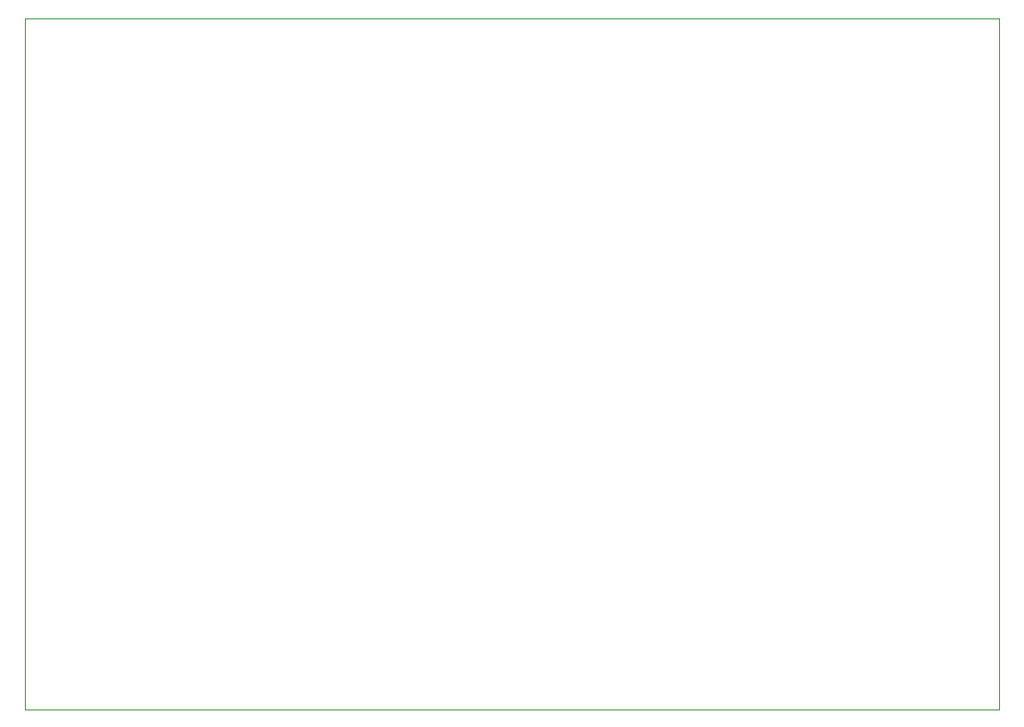
<source format=gbr>
%TF.GenerationSoftware,KiCad,Pcbnew,(6.0.5)*%
%TF.CreationDate,2022-06-22T13:59:23+07:00*%
%TF.ProjectId,timer,74696d65-722e-46b6-9963-61645f706362,rev?*%
%TF.SameCoordinates,Original*%
%TF.FileFunction,Profile,NP*%
%FSLAX46Y46*%
G04 Gerber Fmt 4.6, Leading zero omitted, Abs format (unit mm)*
G04 Created by KiCad (PCBNEW (6.0.5)) date 2022-06-22 13:59:23*
%MOMM*%
%LPD*%
G01*
G04 APERTURE LIST*
%TA.AperFunction,Profile*%
%ADD10C,0.100000*%
%TD*%
G04 APERTURE END LIST*
D10*
X49276000Y-126492000D02*
X49276000Y-62992000D01*
X138684000Y-126492000D02*
X49276000Y-126492000D01*
X138684000Y-62992000D02*
X138684000Y-126492000D01*
X49276000Y-62992000D02*
X138684000Y-62992000D01*
M02*

</source>
